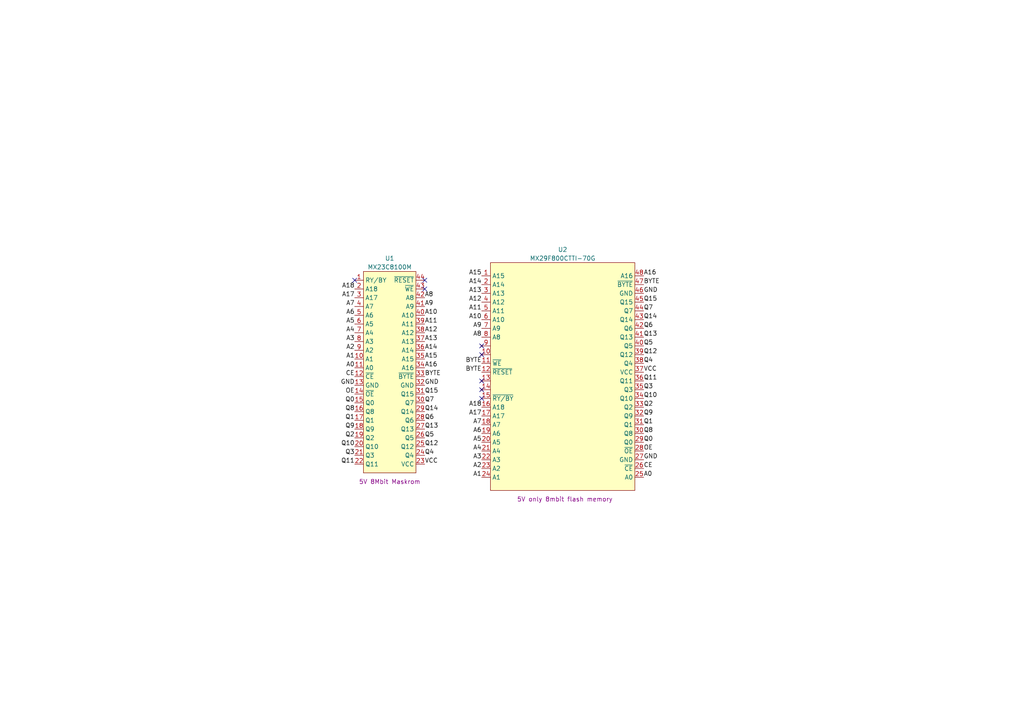
<source format=kicad_sch>
(kicad_sch (version 20230121) (generator eeschema)
  (paper "A4")
  (lib_symbols
    (symbol "QChord_Soundbank:GM23C8100"
      (property "Reference" "U" (at 7.62 2.54 0))
      (property "Value" "8Mbit ROM" (at 7.62 0 0))
      (symbol "GM23C8100_1_1"
        (rectangle (start 0 -1.27) (end 15.24 -59.69) (fill (type background)))
        (pin input line (at -2.54 -3.81 0) (length 2.54) (name "RY/BY") (number "1"))
        (pin input line (at -2.54 -26.67 0) (length 2.54) (name "A1") (number "10"))
        (pin input line (at -2.54 -29.21 0) (length 2.54) (name "A0") (number "11"))
        (pin input line (at -2.54 -31.75 0) (length 2.54) (name "~{CE}") (number "12"))
        (pin input line (at -2.54 -34.29 0) (length 2.54) (name "GND") (number "13"))
        (pin input line (at -2.54 -36.83 0) (length 2.54) (name "~{OE}") (number "14"))
        (pin input line (at -2.54 -39.37 0) (length 2.54) (name "Q0") (number "15"))
        (pin input line (at -2.54 -41.91 0) (length 2.54) (name "Q8") (number "16"))
        (pin input line (at -2.54 -44.45 0) (length 2.54) (name "Q1") (number "17"))
        (pin input line (at -2.54 -46.99 0) (length 2.54) (name "Q9") (number "18"))
        (pin input line (at -2.54 -49.53 0) (length 2.54) (name "Q2") (number "19"))
        (pin input line (at -2.54 -6.35 0) (length 2.54) (name "A18") (number "2"))
        (pin input line (at -2.54 -52.07 0) (length 2.54) (name "Q10") (number "20"))
        (pin input line (at -2.54 -54.61 0) (length 2.54) (name "Q3") (number "21"))
        (pin input line (at -2.54 -57.15 0) (length 2.54) (name "Q11") (number "22"))
        (pin input line (at 17.78 -57.15 180) (length 2.54) (name "VCC") (number "23"))
        (pin input line (at 17.78 -54.61 180) (length 2.54) (name "Q4") (number "24"))
        (pin input line (at 17.78 -52.07 180) (length 2.54) (name "Q12") (number "25"))
        (pin input line (at 17.78 -49.53 180) (length 2.54) (name "Q5") (number "26"))
        (pin input line (at 17.78 -46.99 180) (length 2.54) (name "Q13") (number "27"))
        (pin input line (at 17.78 -44.45 180) (length 2.54) (name "Q6") (number "28"))
        (pin input line (at 17.78 -41.91 180) (length 2.54) (name "Q14") (number "29"))
        (pin input line (at -2.54 -8.89 0) (length 2.54) (name "A17") (number "3"))
        (pin input line (at 17.78 -39.37 180) (length 2.54) (name "Q7") (number "30"))
        (pin input line (at 17.78 -36.83 180) (length 2.54) (name "Q15") (number "31"))
        (pin input line (at 17.78 -34.29 180) (length 2.54) (name "GND") (number "32"))
        (pin input line (at 17.78 -31.75 180) (length 2.54) (name "~{BYTE}") (number "33"))
        (pin input line (at 17.78 -29.21 180) (length 2.54) (name "A16") (number "34"))
        (pin input line (at 17.78 -26.67 180) (length 2.54) (name "A15") (number "35"))
        (pin input line (at 17.78 -24.13 180) (length 2.54) (name "A14") (number "36"))
        (pin input line (at 17.78 -21.59 180) (length 2.54) (name "A13") (number "37"))
        (pin input line (at 17.78 -19.05 180) (length 2.54) (name "A12") (number "38"))
        (pin input line (at 17.78 -16.51 180) (length 2.54) (name "A11") (number "39"))
        (pin input line (at -2.54 -11.43 0) (length 2.54) (name "A7") (number "4"))
        (pin input line (at 17.78 -13.97 180) (length 2.54) (name "A10") (number "40"))
        (pin input line (at 17.78 -11.43 180) (length 2.54) (name "A9") (number "41"))
        (pin input line (at 17.78 -8.89 180) (length 2.54) (name "A8") (number "42"))
        (pin input line (at 17.78 -6.35 180) (length 2.54) (name "~{WE}") (number "43"))
        (pin input line (at 17.78 -3.81 180) (length 2.54) (name "~{RESET}") (number "44"))
        (pin input line (at -2.54 -13.97 0) (length 2.54) (name "A6") (number "5"))
        (pin input line (at -2.54 -16.51 0) (length 2.54) (name "A5") (number "6"))
        (pin input line (at -2.54 -19.05 0) (length 2.54) (name "A4") (number "7"))
        (pin input line (at -2.54 -21.59 0) (length 2.54) (name "A3") (number "8"))
        (pin input line (at -2.54 -24.13 0) (length 2.54) (name "A2") (number "9"))
      )
    )
    (symbol "QChord_Soundbank:MX29F800CTTI"
      (property "Reference" "U" (at 22.86 0 0))
      (property "Value" "8Mbit Flash" (at 22.86 -2.54 0))
      (symbol "MX29F800CTTI_1_1"
        (rectangle (start 2.54 -5.08) (end 44.45 -71.12) (fill (type background)))
        (pin passive line (at 0 -8.89 0) (length 2.54) (name "A15") (number "1"))
        (pin no_connect line (at 0 -31.75 0) (length 2.54) (name "") (number "10"))
        (pin passive line (at 0 -34.29 0) (length 2.54) (name "~{WE}") (number "11"))
        (pin passive line (at 0 -36.83 0) (length 2.54) (name "~{RESET}") (number "12"))
        (pin no_connect line (at 0 -39.37 0) (length 2.54) (name "") (number "13"))
        (pin no_connect line (at 0 -41.91 0) (length 2.54) (name "") (number "14"))
        (pin passive line (at 0 -44.45 0) (length 2.54) (name "~{RY/BY}") (number "15"))
        (pin passive line (at 0 -46.99 0) (length 2.54) (name "A18") (number "16"))
        (pin passive line (at 0 -49.53 0) (length 2.54) (name "A17") (number "17"))
        (pin passive line (at 0 -52.07 0) (length 2.54) (name "A7") (number "18"))
        (pin passive line (at 0 -54.61 0) (length 2.54) (name "A6") (number "19"))
        (pin passive line (at 0 -11.43 0) (length 2.54) (name "A14") (number "2"))
        (pin passive line (at 0 -57.15 0) (length 2.54) (name "A5") (number "20"))
        (pin passive line (at 0 -59.69 0) (length 2.54) (name "A4") (number "21"))
        (pin passive line (at 0 -62.23 0) (length 2.54) (name "A3") (number "22"))
        (pin passive line (at 0 -64.77 0) (length 2.54) (name "A2") (number "23"))
        (pin passive line (at 0 -67.31 0) (length 2.54) (name "A1") (number "24"))
        (pin passive line (at 46.99 -67.31 180) (length 2.54) (name "A0") (number "25"))
        (pin passive line (at 46.99 -64.77 180) (length 2.54) (name "~{CE}") (number "26"))
        (pin passive line (at 46.99 -62.23 180) (length 2.54) (name "GND") (number "27"))
        (pin passive line (at 46.99 -59.69 180) (length 2.54) (name "~{OE}") (number "28"))
        (pin passive line (at 46.99 -57.15 180) (length 2.54) (name "Q0") (number "29"))
        (pin passive line (at 0 -13.97 0) (length 2.54) (name "A13") (number "3"))
        (pin passive line (at 46.99 -54.61 180) (length 2.54) (name "Q8") (number "30"))
        (pin passive line (at 46.99 -52.07 180) (length 2.54) (name "Q1") (number "31"))
        (pin passive line (at 46.99 -49.53 180) (length 2.54) (name "Q9") (number "32"))
        (pin passive line (at 46.99 -46.99 180) (length 2.54) (name "Q2") (number "33"))
        (pin passive line (at 46.99 -44.45 180) (length 2.54) (name "Q10") (number "34"))
        (pin passive line (at 46.99 -41.91 180) (length 2.54) (name "Q3") (number "35"))
        (pin passive line (at 46.99 -39.37 180) (length 2.54) (name "Q11") (number "36"))
        (pin passive line (at 46.99 -36.83 180) (length 2.54) (name "VCC") (number "37"))
        (pin passive line (at 46.99 -34.29 180) (length 2.54) (name "Q4") (number "38"))
        (pin passive line (at 46.99 -31.75 180) (length 2.54) (name "Q12") (number "39"))
        (pin passive line (at 0 -16.51 0) (length 2.54) (name "A12") (number "4"))
        (pin passive line (at 46.99 -29.21 180) (length 2.54) (name "Q5") (number "40"))
        (pin passive line (at 46.99 -26.67 180) (length 2.54) (name "Q13") (number "41"))
        (pin passive line (at 46.99 -24.13 180) (length 2.54) (name "Q6") (number "42"))
        (pin passive line (at 46.99 -21.59 180) (length 2.54) (name "Q14") (number "43"))
        (pin passive line (at 46.99 -19.05 180) (length 2.54) (name "Q7") (number "44"))
        (pin passive line (at 46.99 -16.51 180) (length 2.54) (name "Q15") (number "45"))
        (pin passive line (at 46.99 -13.97 180) (length 2.54) (name "GND") (number "46"))
        (pin passive line (at 46.99 -11.43 180) (length 2.54) (name "~{BYTE}") (number "47"))
        (pin passive line (at 46.99 -8.89 180) (length 2.54) (name "A16") (number "48"))
        (pin passive line (at 0 -19.05 0) (length 2.54) (name "A11") (number "5"))
        (pin passive line (at 0 -21.59 0) (length 2.54) (name "A10") (number "6"))
        (pin passive line (at 0 -24.13 0) (length 2.54) (name "A9") (number "7"))
        (pin passive line (at 0 -26.67 0) (length 2.54) (name "A8") (number "8"))
        (pin no_connect line (at 0 -29.21 0) (length 2.54) (name "") (number "9"))
      )
    )
  )
  (no_connect (at 139.7 115.57))
  (no_connect (at 139.7 113.03))
  (no_connect (at 139.7 110.49))
  (no_connect (at 123.19 81.28))
  (no_connect (at 102.87 81.28))
  (no_connect (at 123.19 83.82))
  (no_connect (at 139.7 102.87))
  (no_connect (at 139.7 100.33))
  (label "Q0" (at 102.87 116.84 180))
  (label "A8" (at 139.7 97.79 180))
  (label "A16" (at 186.69 80.01 0))
  (label "Q10" (at 186.69 115.57 0))
  (label "Q3" (at 186.69 113.03 0))
  (label "Q9" (at 186.69 120.65 0))
  (label "Q13" (at 123.19 124.46 0))
  (label "BYTE" (at 186.69 82.55 0))
  (label "A9" (at 139.7 95.25 180))
  (label "Q7" (at 186.69 90.17 0))
  (label "Q12" (at 123.19 129.54 0))
  (label "A12" (at 123.19 96.52 0))
  (label "A16" (at 123.19 106.68 0))
  (label "A5" (at 139.7 128.27 180))
  (label "Q7" (at 123.19 116.84 0))
  (label "A12" (at 139.7 87.63 180))
  (label "Q12" (at 186.69 102.87 0))
  (label "GND" (at 186.69 85.09 0))
  (label "Q15" (at 186.69 87.63 0))
  (label "A14" (at 123.19 101.6 0))
  (label "Q11" (at 102.87 134.62 180))
  (label "A17" (at 139.7 120.65 180))
  (label "Q5" (at 186.69 100.33 0))
  (label "Q2" (at 102.87 127 180))
  (label "A7" (at 102.87 88.9 180))
  (label "Q6" (at 123.19 121.92 0))
  (label "A1" (at 139.7 138.43 180))
  (label "A10" (at 123.19 91.44 0))
  (label "Q4" (at 186.69 105.41 0))
  (label "A2" (at 102.87 101.6 180))
  (label "A6" (at 139.7 125.73 180))
  (label "Q14" (at 186.69 92.71 0))
  (label "A15" (at 139.7 80.01 180))
  (label "A3" (at 139.7 133.35 180))
  (label "A13" (at 139.7 85.09 180))
  (label "Q9" (at 102.87 124.46 180))
  (label "CE" (at 102.87 109.22 180))
  (label "Q1" (at 186.69 123.19 0))
  (label "A18" (at 139.7 118.11 180))
  (label "A13" (at 123.19 99.06 0))
  (label "Q8" (at 186.69 125.73 0))
  (label "A0" (at 102.87 106.68 180))
  (label "GND" (at 123.19 111.76 0))
  (label "VCC" (at 123.19 134.62 0))
  (label "Q6" (at 186.69 95.25 0))
  (label "Q15" (at 123.19 114.3 0))
  (label "A11" (at 139.7 90.17 180))
  (label "Q13" (at 186.69 97.79 0))
  (label "OE" (at 186.69 130.81 0))
  (label "A4" (at 139.7 130.81 180))
  (label "A5" (at 102.87 93.98 180))
  (label "A0" (at 186.69 138.43 0))
  (label "OE" (at 102.87 114.3 180))
  (label "Q5" (at 123.19 127 0))
  (label "A10" (at 139.7 92.71 180))
  (label "CE" (at 186.69 135.89 0))
  (label "Q10" (at 102.87 129.54 180))
  (label "A15" (at 123.19 104.14 0))
  (label "A9" (at 123.19 88.9 0))
  (label "Q4" (at 123.19 132.08 0))
  (label "A3" (at 102.87 99.06 180))
  (label "A14" (at 139.7 82.55 180))
  (label "BYTE" (at 123.19 109.22 0))
  (label "BYTE" (at 139.7 107.95 180))
  (label "GND" (at 102.87 111.76 180))
  (label "A6" (at 102.87 91.44 180))
  (label "A4" (at 102.87 96.52 180))
  (label "A1" (at 102.87 104.14 180))
  (label "A17" (at 102.87 86.36 180))
  (label "A7" (at 139.7 123.19 180))
  (label "Q3" (at 102.87 132.08 180))
  (label "Q11" (at 186.69 110.49 0))
  (label "A18" (at 102.87 83.82 180))
  (label "A2" (at 139.7 135.89 180))
  (label "A8" (at 123.19 86.36 0))
  (label "GND" (at 186.69 133.35 0))
  (label "A11" (at 123.19 93.98 0))
  (label "Q0" (at 186.69 128.27 0))
  (label "Q8" (at 102.87 119.38 180))
  (label "Q2" (at 186.69 118.11 0))
  (label "VCC" (at 186.69 107.95 0))
  (label "BYTE" (at 139.7 105.41 180))
  (label "Q1" (at 102.87 121.92 180))
  (label "Q14" (at 123.19 119.38 0))
  (symbol (lib_id "QChord_Soundbank:MX29F800CTTI") (at 139.7 71.12 0) (unit 1)
    (property "Reference" "U2" (at 163.195 72.39 0))
    (property "Value" "MX29F800CTTI-70G" (at 163.195 74.93 0))
    (property "Footprint" "Package_SO:TSOP-I-48_18.4x12mm_P0.5mm" (effects hide))
    (property "Datasheet" "https://pdf1.alldatasheet.com/datasheet-pdf/view/934280/MCNIX/MX29F800CTTI-70G.html" (effects hide))
    (property "Notes" "5V only 8mbit flash memory" (at 163.83 144.78 0))
  )
  (symbol (lib_id "QChord_Soundbank:GM23C8100") (at 105.41 77.47 0) (unit 1)
    (property "Reference" "U1" (at 113.03 74.93 0))
    (property "Value" "MX23C8100M" (at 113.03 77.47 0))
    (property "Footprint" "QChord_Soundbank:PSOP-44_Castellated" (effects hide))
    (property "Datasheet" "https://pdf1.alldatasheet.com/datasheet-pdf/view/74427/MCNIX/MX23C8100.html" (effects hide))
    (property "Notes" "5V 8Mbit Maskrom" (at 113.03 139.7 0))
  )
)
</source>
